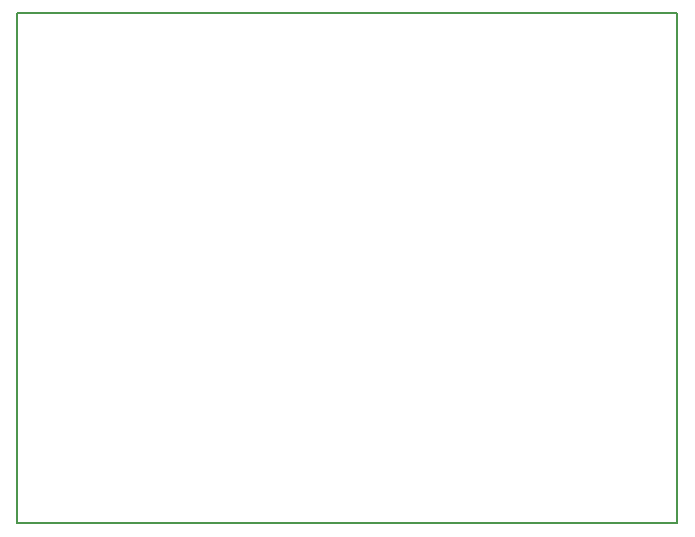
<source format=gm1>
G04 #@! TF.FileFunction,Profile,NP*
%FSLAX46Y46*%
G04 Gerber Fmt 4.6, Leading zero omitted, Abs format (unit mm)*
G04 Created by KiCad (PCBNEW 4.0.2-stable) date Monday, September 05, 2016 'PMt' 12:23:40 PM*
%MOMM*%
G01*
G04 APERTURE LIST*
%ADD10C,0.100000*%
%ADD11C,0.150000*%
G04 APERTURE END LIST*
D10*
D11*
X109220000Y-68580000D02*
X165100000Y-68580000D01*
X109220000Y-111760000D02*
X109220000Y-68580000D01*
X165100000Y-111760000D02*
X109220000Y-111760000D01*
X165100000Y-68580000D02*
X165100000Y-111760000D01*
M02*

</source>
